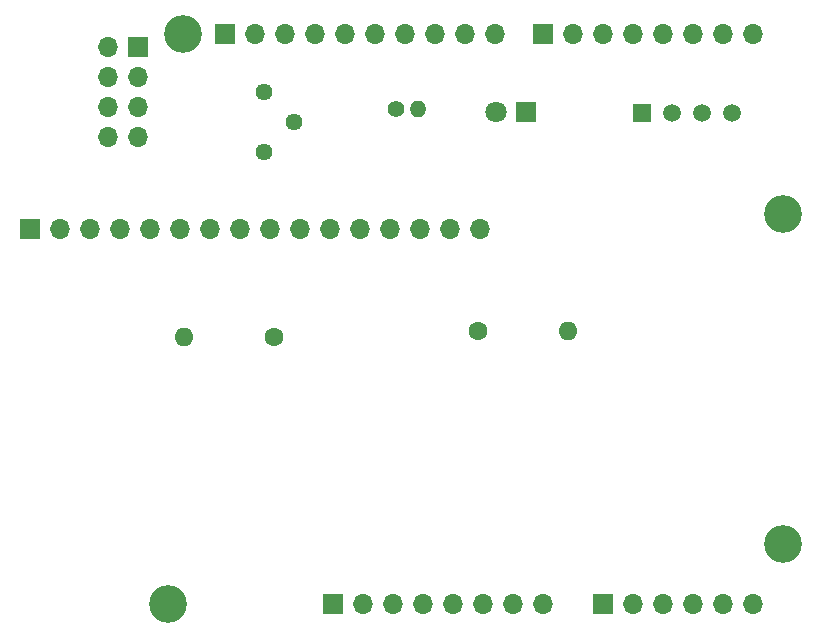
<source format=gbs>
%TF.GenerationSoftware,KiCad,Pcbnew,7.0.1-0*%
%TF.CreationDate,2023-03-23T13:45:05+11:00*%
%TF.ProjectId,ArduinoEnvironmentMonitorShield,41726475-696e-46f4-956e-7669726f6e6d,rev?*%
%TF.SameCoordinates,Original*%
%TF.FileFunction,Soldermask,Bot*%
%TF.FilePolarity,Negative*%
%FSLAX46Y46*%
G04 Gerber Fmt 4.6, Leading zero omitted, Abs format (unit mm)*
G04 Created by KiCad (PCBNEW 7.0.1-0) date 2023-03-23 13:45:05*
%MOMM*%
%LPD*%
G01*
G04 APERTURE LIST*
%ADD10R,1.700000X1.700000*%
%ADD11O,1.700000X1.700000*%
%ADD12R,1.500000X1.500000*%
%ADD13C,1.500000*%
%ADD14C,3.200000*%
%ADD15C,1.600000*%
%ADD16O,1.600000X1.600000*%
%ADD17C,1.400000*%
%ADD18O,1.400000X1.400000*%
%ADD19R,1.800000X1.800000*%
%ADD20C,1.800000*%
%ADD21C,1.440000*%
G04 APERTURE END LIST*
D10*
%TO.C,J5*%
X111430000Y-50343000D03*
D11*
X108890000Y-50343000D03*
X111430000Y-52883000D03*
X108890000Y-52883000D03*
X111430000Y-55423000D03*
X108890000Y-55423000D03*
X111430000Y-57963000D03*
X108890000Y-57963000D03*
%TD*%
D10*
%TO.C,J1*%
X127940000Y-97460000D03*
D11*
X130480000Y-97460000D03*
X133020000Y-97460000D03*
X135560000Y-97460000D03*
X138100000Y-97460000D03*
X140640000Y-97460000D03*
X143180000Y-97460000D03*
X145720000Y-97460000D03*
%TD*%
D10*
%TO.C,J3*%
X150800000Y-97460000D03*
D11*
X153340000Y-97460000D03*
X155880000Y-97460000D03*
X158420000Y-97460000D03*
X160960000Y-97460000D03*
X163500000Y-97460000D03*
%TD*%
D10*
%TO.C,J2*%
X118796000Y-49200000D03*
D11*
X121336000Y-49200000D03*
X123876000Y-49200000D03*
X126416000Y-49200000D03*
X128956000Y-49200000D03*
X131496000Y-49200000D03*
X134036000Y-49200000D03*
X136576000Y-49200000D03*
X139116000Y-49200000D03*
X141656000Y-49200000D03*
%TD*%
D10*
%TO.C,J4*%
X145720000Y-49200000D03*
D11*
X148260000Y-49200000D03*
X150800000Y-49200000D03*
X153340000Y-49200000D03*
X155880000Y-49200000D03*
X158420000Y-49200000D03*
X160960000Y-49200000D03*
X163500000Y-49200000D03*
%TD*%
D10*
%TO.C,J6*%
X102286000Y-65710000D03*
D11*
X104826000Y-65710000D03*
X107366000Y-65710000D03*
X109906000Y-65710000D03*
X112446000Y-65710000D03*
X114986000Y-65710000D03*
X117526000Y-65710000D03*
X120066000Y-65710000D03*
X122606000Y-65710000D03*
X125146000Y-65710000D03*
X127686000Y-65710000D03*
X130226000Y-65710000D03*
X132766000Y-65710000D03*
X135306000Y-65710000D03*
X137846000Y-65710000D03*
X140386000Y-65710000D03*
%TD*%
D12*
%TO.C,U1*%
X154102000Y-55931000D03*
D13*
X156642000Y-55931000D03*
X159182000Y-55931000D03*
X161722000Y-55931000D03*
%TD*%
D14*
%TO.C,MH1*%
X115240000Y-49200000D03*
%TD*%
D15*
%TO.C,R3*%
X140259000Y-74346000D03*
D16*
X147879000Y-74346000D03*
%TD*%
D15*
%TO.C,R2*%
X122987000Y-74854000D03*
D16*
X115367000Y-74854000D03*
%TD*%
D17*
%TO.C,R1*%
X133303000Y-55550000D03*
D18*
X135203000Y-55550000D03*
%TD*%
D19*
%TO.C,D1*%
X144323000Y-55804000D03*
D20*
X141783000Y-55804000D03*
%TD*%
D14*
%TO.C,MH2*%
X113970000Y-97460000D03*
%TD*%
%TO.C,MH3*%
X166040000Y-64440000D03*
%TD*%
%TO.C,MH4*%
X166040000Y-92380000D03*
%TD*%
D21*
%TO.C,RV1*%
X122173000Y-59192600D03*
X124713000Y-56652600D03*
X122173000Y-54112600D03*
%TD*%
M02*

</source>
